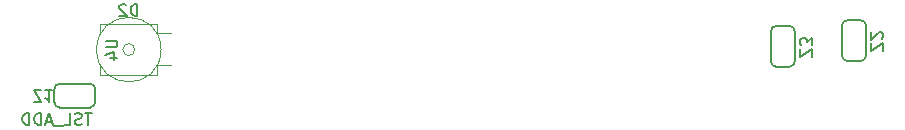
<source format=gbr>
%TF.GenerationSoftware,KiCad,Pcbnew,(7.0.0)*%
%TF.CreationDate,2023-04-17T21:08:14+08:00*%
%TF.ProjectId,opsx_x,6f707378-5f78-42e6-9b69-6361645f7063,rev?*%
%TF.SameCoordinates,Original*%
%TF.FileFunction,Legend,Bot*%
%TF.FilePolarity,Positive*%
%FSLAX46Y46*%
G04 Gerber Fmt 4.6, Leading zero omitted, Abs format (unit mm)*
G04 Created by KiCad (PCBNEW (7.0.0)) date 2023-04-17 21:08:14*
%MOMM*%
%LPD*%
G01*
G04 APERTURE LIST*
%ADD10C,0.150000*%
%ADD11C,0.152400*%
%ADD12C,0.101600*%
%ADD13C,0.120000*%
G04 APERTURE END LIST*
D10*
X38504761Y-71182380D02*
X37933333Y-71182380D01*
X38219047Y-72182380D02*
X38219047Y-71182380D01*
X37647618Y-72134761D02*
X37504761Y-72182380D01*
X37504761Y-72182380D02*
X37266666Y-72182380D01*
X37266666Y-72182380D02*
X37171428Y-72134761D01*
X37171428Y-72134761D02*
X37123809Y-72087142D01*
X37123809Y-72087142D02*
X37076190Y-71991904D01*
X37076190Y-71991904D02*
X37076190Y-71896666D01*
X37076190Y-71896666D02*
X37123809Y-71801428D01*
X37123809Y-71801428D02*
X37171428Y-71753809D01*
X37171428Y-71753809D02*
X37266666Y-71706190D01*
X37266666Y-71706190D02*
X37457142Y-71658571D01*
X37457142Y-71658571D02*
X37552380Y-71610952D01*
X37552380Y-71610952D02*
X37599999Y-71563333D01*
X37599999Y-71563333D02*
X37647618Y-71468095D01*
X37647618Y-71468095D02*
X37647618Y-71372857D01*
X37647618Y-71372857D02*
X37599999Y-71277619D01*
X37599999Y-71277619D02*
X37552380Y-71230000D01*
X37552380Y-71230000D02*
X37457142Y-71182380D01*
X37457142Y-71182380D02*
X37219047Y-71182380D01*
X37219047Y-71182380D02*
X37076190Y-71230000D01*
X36171428Y-72182380D02*
X36647618Y-72182380D01*
X36647618Y-72182380D02*
X36647618Y-71182380D01*
X36076190Y-72277619D02*
X35314285Y-72277619D01*
X35123808Y-71896666D02*
X34647618Y-71896666D01*
X35219046Y-72182380D02*
X34885713Y-71182380D01*
X34885713Y-71182380D02*
X34552380Y-72182380D01*
X34219046Y-72182380D02*
X34219046Y-71182380D01*
X34219046Y-71182380D02*
X33980951Y-71182380D01*
X33980951Y-71182380D02*
X33838094Y-71230000D01*
X33838094Y-71230000D02*
X33742856Y-71325238D01*
X33742856Y-71325238D02*
X33695237Y-71420476D01*
X33695237Y-71420476D02*
X33647618Y-71610952D01*
X33647618Y-71610952D02*
X33647618Y-71753809D01*
X33647618Y-71753809D02*
X33695237Y-71944285D01*
X33695237Y-71944285D02*
X33742856Y-72039523D01*
X33742856Y-72039523D02*
X33838094Y-72134761D01*
X33838094Y-72134761D02*
X33980951Y-72182380D01*
X33980951Y-72182380D02*
X34219046Y-72182380D01*
X33219046Y-72182380D02*
X33219046Y-71182380D01*
X33219046Y-71182380D02*
X32980951Y-71182380D01*
X32980951Y-71182380D02*
X32838094Y-71230000D01*
X32838094Y-71230000D02*
X32742856Y-71325238D01*
X32742856Y-71325238D02*
X32695237Y-71420476D01*
X32695237Y-71420476D02*
X32647618Y-71610952D01*
X32647618Y-71610952D02*
X32647618Y-71753809D01*
X32647618Y-71753809D02*
X32695237Y-71944285D01*
X32695237Y-71944285D02*
X32742856Y-72039523D01*
X32742856Y-72039523D02*
X32838094Y-72134761D01*
X32838094Y-72134761D02*
X32980951Y-72182380D01*
X32980951Y-72182380D02*
X33219046Y-72182380D01*
%TO.C,U4*%
X39692380Y-65047095D02*
X40501904Y-65047095D01*
X40501904Y-65047095D02*
X40597142Y-65094714D01*
X40597142Y-65094714D02*
X40644761Y-65142333D01*
X40644761Y-65142333D02*
X40692380Y-65237571D01*
X40692380Y-65237571D02*
X40692380Y-65428047D01*
X40692380Y-65428047D02*
X40644761Y-65523285D01*
X40644761Y-65523285D02*
X40597142Y-65570904D01*
X40597142Y-65570904D02*
X40501904Y-65618523D01*
X40501904Y-65618523D02*
X39692380Y-65618523D01*
X40025714Y-66523285D02*
X40692380Y-66523285D01*
X39644761Y-66285190D02*
X40359047Y-66047095D01*
X40359047Y-66047095D02*
X40359047Y-66666142D01*
%TO.C,Z3*%
X99489419Y-66392323D02*
X99489419Y-65725657D01*
X99489419Y-65725657D02*
X98489419Y-66392323D01*
X98489419Y-66392323D02*
X98489419Y-65725657D01*
X99489419Y-65439942D02*
X99489419Y-64820895D01*
X99489419Y-64820895D02*
X99108466Y-65154228D01*
X99108466Y-65154228D02*
X99108466Y-65011371D01*
X99108466Y-65011371D02*
X99060847Y-64916133D01*
X99060847Y-64916133D02*
X99013228Y-64868514D01*
X99013228Y-64868514D02*
X98917990Y-64820895D01*
X98917990Y-64820895D02*
X98679895Y-64820895D01*
X98679895Y-64820895D02*
X98584657Y-64868514D01*
X98584657Y-64868514D02*
X98537038Y-64916133D01*
X98537038Y-64916133D02*
X98489419Y-65011371D01*
X98489419Y-65011371D02*
X98489419Y-65297085D01*
X98489419Y-65297085D02*
X98537038Y-65392323D01*
X98537038Y-65392323D02*
X98584657Y-65439942D01*
%TO.C,D2*%
X42378094Y-62967380D02*
X42378094Y-61967380D01*
X42378094Y-61967380D02*
X42139999Y-61967380D01*
X42139999Y-61967380D02*
X41997142Y-62015000D01*
X41997142Y-62015000D02*
X41901904Y-62110238D01*
X41901904Y-62110238D02*
X41854285Y-62205476D01*
X41854285Y-62205476D02*
X41806666Y-62395952D01*
X41806666Y-62395952D02*
X41806666Y-62538809D01*
X41806666Y-62538809D02*
X41854285Y-62729285D01*
X41854285Y-62729285D02*
X41901904Y-62824523D01*
X41901904Y-62824523D02*
X41997142Y-62919761D01*
X41997142Y-62919761D02*
X42139999Y-62967380D01*
X42139999Y-62967380D02*
X42378094Y-62967380D01*
X41425713Y-62062619D02*
X41378094Y-62015000D01*
X41378094Y-62015000D02*
X41282856Y-61967380D01*
X41282856Y-61967380D02*
X41044761Y-61967380D01*
X41044761Y-61967380D02*
X40949523Y-62015000D01*
X40949523Y-62015000D02*
X40901904Y-62062619D01*
X40901904Y-62062619D02*
X40854285Y-62157857D01*
X40854285Y-62157857D02*
X40854285Y-62253095D01*
X40854285Y-62253095D02*
X40901904Y-62395952D01*
X40901904Y-62395952D02*
X41473332Y-62967380D01*
X41473332Y-62967380D02*
X40854285Y-62967380D01*
%TO.C,Z2*%
X105512219Y-65909523D02*
X105512219Y-65242857D01*
X105512219Y-65242857D02*
X104512219Y-65909523D01*
X104512219Y-65909523D02*
X104512219Y-65242857D01*
X105416980Y-64909523D02*
X105464600Y-64861904D01*
X105464600Y-64861904D02*
X105512219Y-64766666D01*
X105512219Y-64766666D02*
X105512219Y-64528571D01*
X105512219Y-64528571D02*
X105464600Y-64433333D01*
X105464600Y-64433333D02*
X105416980Y-64385714D01*
X105416980Y-64385714D02*
X105321742Y-64338095D01*
X105321742Y-64338095D02*
X105226504Y-64338095D01*
X105226504Y-64338095D02*
X105083647Y-64385714D01*
X105083647Y-64385714D02*
X104512219Y-64957142D01*
X104512219Y-64957142D02*
X104512219Y-64338095D01*
%TO.C,Z1*%
X33590476Y-70232619D02*
X34257142Y-70232619D01*
X34257142Y-70232619D02*
X33590476Y-69232619D01*
X33590476Y-69232619D02*
X34257142Y-69232619D01*
X35161904Y-69232619D02*
X34590476Y-69232619D01*
X34876190Y-69232619D02*
X34876190Y-70232619D01*
X34876190Y-70232619D02*
X34780952Y-70089761D01*
X34780952Y-70089761D02*
X34685714Y-69994523D01*
X34685714Y-69994523D02*
X34590476Y-69946904D01*
D11*
%TO.C,Z3*%
X96469200Y-67259200D02*
X97586800Y-67259200D01*
X98044000Y-66802000D02*
X98044000Y-64262000D01*
X96012000Y-64262000D02*
X96012000Y-66802000D01*
X96469200Y-63804800D02*
X97586800Y-63804800D01*
X97586800Y-67259200D02*
G75*
G03*
X98044000Y-66802000I-1J457201D01*
G01*
X96012000Y-66802000D02*
G75*
G03*
X96469200Y-67259200I457201J1D01*
G01*
X98044000Y-64262000D02*
G75*
G03*
X97586800Y-63804800I-457200J0D01*
G01*
X96469200Y-63804800D02*
G75*
G03*
X96012000Y-64262000I0J-457200D01*
G01*
D12*
%TO.C,sx1*%
X42153600Y-65809000D02*
G75*
G03*
X42153600Y-65809000I-500000J0D01*
G01*
X44383600Y-65809000D02*
G75*
G03*
X44383600Y-65809000I-2730000J0D01*
G01*
D13*
%TO.C,D2*%
X45240000Y-67110000D02*
X44050000Y-67110000D01*
X44060000Y-64400000D02*
X45240000Y-64400000D01*
X44050000Y-68000000D02*
X39250000Y-68000000D01*
X44050000Y-67110000D02*
X44050000Y-68000000D01*
X44050000Y-63600000D02*
X44050000Y-64400000D01*
X39250000Y-68000000D02*
X39250000Y-67110000D01*
X39250000Y-64400000D02*
X39250000Y-63600000D01*
X39250000Y-63600000D02*
X44050000Y-63600000D01*
D11*
%TO.C,Z2*%
X102492000Y-66776400D02*
X103609600Y-66776400D01*
X104066800Y-66319200D02*
X104066800Y-63779200D01*
X102034800Y-63779200D02*
X102034800Y-66319200D01*
X102492000Y-63322000D02*
X103609600Y-63322000D01*
X102034800Y-66319200D02*
G75*
G03*
X102492000Y-66776400I457201J1D01*
G01*
X103609600Y-66776400D02*
G75*
G03*
X104066800Y-66319200I-1J457201D01*
G01*
X102492000Y-63322000D02*
G75*
G03*
X102034800Y-63779200I0J-457200D01*
G01*
X104066800Y-63779200D02*
G75*
G03*
X103609600Y-63322000I-457200J0D01*
G01*
%TO.C,Z1*%
X35356800Y-69141200D02*
X35356800Y-70258800D01*
X35814000Y-70716000D02*
X38354000Y-70716000D01*
X38354000Y-68684000D02*
X35814000Y-68684000D01*
X38811200Y-69141200D02*
X38811200Y-70258800D01*
X35814000Y-68684000D02*
G75*
G03*
X35356800Y-69141200I1J-457201D01*
G01*
X35356800Y-70258800D02*
G75*
G03*
X35814000Y-70716000I457201J1D01*
G01*
X38811200Y-69141200D02*
G75*
G03*
X38354000Y-68684000I-457200J0D01*
G01*
X38354000Y-70716000D02*
G75*
G03*
X38811200Y-70258800I0J457200D01*
G01*
%TD*%
M02*

</source>
